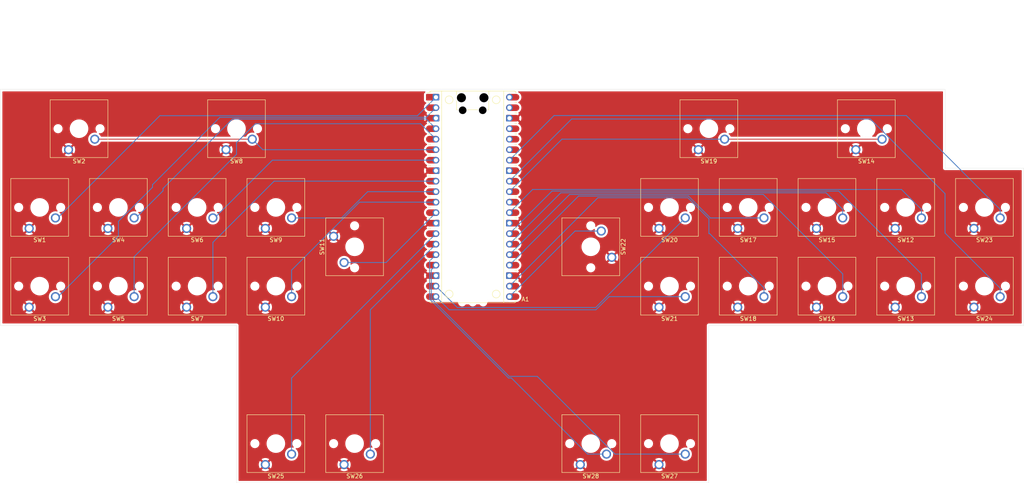
<source format=kicad_pcb>
(kicad_pcb (version 20240108) (generator "pcbnew") (generator_version "8.0")
  (layers (0 "F.Cu" signal) (31 "B.Cu" signal) (34 "B.Paste" user) (35 "F.Paste" user) (36 "B.SilkS" user "B.Silkscreen") (37 "F.SilkS" user "F.Silkscreen") (38 "B.Mask" user) (39 "F.Mask" user) (44 "Edge.Cuts" user))
  (net 0 "")
  (net 1 "/-U-")
  (net 2 "/-A-")
  (net 4 "/R")
  (net 5 "/NUM0-1")
  (net 7 "/-T")
  (net 8 "/-P")
  (net 10 "/K")
  (net 11 "/-G")
  (net 12 "/W")
  (net 13 "/-B")
  (net 15 "/T")
  (net 16 "/-E-")
  (net 18 "/S0")
  (net 19 "/P")
  (net 20 "/NUM2-3")
  (net 22 "/H")
  (net 23 "/-F")
  (net 25 "/-D")
  (net 26 "/-S")
  (net 27 "/-L")
  (net 28 "/-O-")
  (net 29 "/-Z")
  (net 30 "/S1")
  (net 31 "/-R")
  (net 32 "/STAR1")
  (net 33 "/STAR0")
  (net 34 "GND")
  (footprint "Button_Switch_Keyboard:SW_Cherry_MX_1.00u_PCB" (layer "F.Cu") (at 175.26 103.505 180)
    (property "Reference" "SW21" (at -2.54 -2.794 360) (layer "F.SilkS"))
    (property "Value" "SW_Push")
    (pad "" np_thru_hole circle (at -7.62 5.08 180) (size 1.7 1.7) (drill 1.7) (layers "*.Cu" "*.Mask"))
    (pad "" np_thru_hole circle (at -2.54 5.08 180) (size 4 4) (drill 4) (layers "*.Cu" "*.Mask"))
    (pad "" np_thru_hole circle (at 2.54 5.08 180) (size 1.7 1.7) (drill 1.7) (layers "*.Cu" "*.Mask"))
    (pad "1" thru_hole circle (at 0 0 180) (size 2.2 2.2) (drill 1.5) (layers "*.Cu" "*.Mask") (net 34 "GND"))
    (pad "2" thru_hole circle (at -6.35 2.54 180) (size 2.2 2.2) (drill 1.5) (layers "*.Cu" "*.Mask") (net 31 "/-R"))
  )
  (footprint "Button_Switch_Keyboard:SW_Cherry_MX_1.00u_PCB" (layer "F.Cu") (at 232.41 84.455 180)
    (property "Reference" "SW12" (at -2.54 -2.794 360) (layer "F.SilkS"))
    (property "Value" "SW_Push")
    (pad "" np_thru_hole circle (at -7.62 5.08 180) (size 1.7 1.7) (drill 1.7) (layers "*.Cu" "*.Mask"))
    (pad "" np_thru_hole circle (at -2.54 5.08 180) (size 4 4) (drill 4) (layers "*.Cu" "*.Mask"))
    (pad "" np_thru_hole circle (at 2.54 5.08 180) (size 1.7 1.7) (drill 1.7) (layers "*.Cu" "*.Mask"))
    (pad "1" thru_hole circle (at 0 0 180) (size 2.2 2.2) (drill 1.5) (layers "*.Cu" "*.Mask") (net 34 "GND"))
    (pad "2" thru_hole circle (at -6.35 2.54 180) (size 2.2 2.2) (drill 1.5) (layers "*.Cu" "*.Mask") (net 7 "/-T"))
  )
  (footprint "Button_Switch_Keyboard:SW_Cherry_MX_1.00u_PCB" (layer "F.Cu") (at 251.46 103.505 180)
    (property "Reference" "SW24" (at -2.54 -2.794 360) (layer "F.SilkS"))
    (property "Value" "SW_Push")
    (pad "" np_thru_hole circle (at -7.62 5.08 180) (size 1.7 1.7) (drill 1.7) (layers "*.Cu" "*.Mask"))
    (pad "" np_thru_hole circle (at -2.54 5.08 180) (size 4 4) (drill 4) (layers "*.Cu" "*.Mask"))
    (pad "" np_thru_hole circle (at 2.54 5.08 180) (size 1.7 1.7) (drill 1.7) (layers "*.Cu" "*.Mask"))
    (pad "1" thru_hole circle (at 0 0 180) (size 2.2 2.2) (drill 1.5) (layers "*.Cu" "*.Mask") (net 34 "GND"))
    (pad "2" thru_hole circle (at -6.35 2.54 180) (size 2.2 2.2) (drill 1.5) (layers "*.Cu" "*.Mask") (net 29 "/-Z"))
  )
  (footprint "Button_Switch_Keyboard:SW_Cherry_MX_1.00u_PCB" (layer "F.Cu") (at 22.86 103.505 180)
    (property "Reference" "SW3" (at -2.54 -2.794 360) (layer "F.SilkS"))
    (property "Value" "SW_Push")
    (pad "" np_thru_hole circle (at -7.62 5.08 180) (size 1.7 1.7) (drill 1.7) (layers "*.Cu" "*.Mask"))
    (pad "" np_thru_hole circle (at -2.54 5.08 180) (size 4 4) (drill 4) (layers "*.Cu" "*.Mask"))
    (pad "" np_thru_hole circle (at 2.54 5.08 180) (size 1.7 1.7) (drill 1.7) (layers "*.Cu" "*.Mask"))
    (pad "1" thru_hole circle (at 0 0 180) (size 2.2 2.2) (drill 1.5) (layers "*.Cu" "*.Mask") (net 34 "GND"))
    (pad "2" thru_hole circle (at -6.35 2.54 180) (size 2.2 2.2) (drill 1.5) (layers "*.Cu" "*.Mask") (net 30 "/S1"))
  )
  (footprint "Button_Switch_Keyboard:SW_Cherry_MX_1.00u_PCB" (layer "F.Cu") (at 194.31 84.455 180)
    (property "Reference" "SW17" (at -2.54 -2.794 360) (layer "F.SilkS"))
    (property "Value" "SW_Push")
    (pad "" np_thru_hole circle (at -7.62 5.08 180) (size 1.7 1.7) (drill 1.7) (layers "*.Cu" "*.Mask"))
    (pad "" np_thru_hole circle (at -2.54 5.08 180) (size 4 4) (drill 4) (layers "*.Cu" "*.Mask"))
    (pad "" np_thru_hole circle (at 2.54 5.08 180) (size 1.7 1.7) (drill 1.7) (layers "*.Cu" "*.Mask"))
    (pad "1" thru_hole circle (at 0 0 180) (size 2.2 2.2) (drill 1.5) (layers "*.Cu" "*.Mask") (net 34 "GND"))
    (pad "2" thru_hole circle (at -6.35 2.54 180) (size 2.2 2.2) (drill 1.5) (layers "*.Cu" "*.Mask") (net 8 "/-P"))
  )
  (footprint "Button_Switch_Keyboard:SW_Cherry_MX_1.00u_PCB" (layer "F.Cu") (at 60.96 84.455 180)
    (property "Reference" "SW6" (at -2.54 -2.794 360) (layer "F.SilkS"))
    (property "Value" "SW_Push")
    (pad "" np_thru_hole circle (at -7.62 5.08 180) (size 1.7 1.7) (drill 1.7) (layers "*.Cu" "*.Mask"))
    (pad "" np_thru_hole circle (at -2.54 5.08 180) (size 4 4) (drill 4) (layers "*.Cu" "*.Mask"))
    (pad "" np_thru_hole circle (at 2.54 5.08 180) (size 1.7 1.7) (drill 1.7) (layers "*.Cu" "*.Mask"))
    (pad "1" thru_hole circle (at 0 0 180) (size 2.2 2.2) (drill 1.5) (layers "*.Cu" "*.Mask") (net 34 "GND"))
    (pad "2" thru_hole circle (at -6.35 2.54 180) (size 2.2 2.2) (drill 1.5) (layers "*.Cu" "*.Mask") (net 19 "/P"))
  )
  (footprint "Button_Switch_Keyboard:SW_Cherry_MX_1.00u_PCB" (layer "F.Cu") (at 80.01 84.455 180)
    (property "Reference" "SW9" (at -2.54 -2.794 360) (layer "F.SilkS"))
    (property "Value" "SW_Push")
    (pad "" np_thru_hole circle (at -7.62 5.08 180) (size 1.7 1.7) (drill 1.7) (layers "*.Cu" "*.Mask"))
    (pad "" np_thru_hole circle (at -2.54 5.08 180) (size 4 4) (drill 4) (layers "*.Cu" "*.Mask"))
    (pad "" np_thru_hole circle (at 2.54 5.08 180) (size 1.7 1.7) (drill 1.7) (layers "*.Cu" "*.Mask"))
    (pad "1" thru_hole circle (at 0 0 180) (size 2.2 2.2) (drill 1.5) (layers "*.Cu" "*.Mask") (net 34 "GND"))
    (pad "2" thru_hole circle (at -6.35 2.54 180) (size 2.2 2.2) (drill 1.5) (layers "*.Cu" "*.Mask") (net 22 "/H"))
  )
  (footprint "Button_Switch_Keyboard:SW_Cherry_MX_1.00u_PCB" (layer "F.Cu") (at 156.21 141.605 180)
    (property "Reference" "SW28" (at -2.54 -2.794 360) (layer "F.SilkS"))
    (property "Value" "SW_Push")
    (pad "" np_thru_hole circle (at -7.62 5.08 180) (size 1.7 1.7) (drill 1.7) (layers "*.Cu" "*.Mask"))
    (pad "" np_thru_hole circle (at -2.54 5.08 180) (size 4 4) (drill 4) (layers "*.Cu" "*.Mask"))
    (pad "" np_thru_hole circle (at 2.54 5.08 180) (size 1.7 1.7) (drill 1.7) (layers "*.Cu" "*.Mask"))
    (pad "1" thru_hole circle (at 0 0 180) (size 2.2 2.2) (drill 1.5) (layers "*.Cu" "*.Mask") (net 34 "GND"))
    (pad "2" thru_hole circle (at -6.35 2.54 180) (size 2.2 2.2) (drill 1.5) (layers "*.Cu" "*.Mask") (net 16 "/-E-"))
  )
  (footprint "Button_Switch_Keyboard:SW_Cherry_MX_1.00u_PCB" (layer "F.Cu") (at 251.46 84.455 180)
    (property "Reference" "SW23" (at -2.54 -2.794 360) (layer "F.SilkS"))
    (property "Value" "SW_Push")
    (pad "" np_thru_hole circle (at -7.62 5.08 180) (size 1.7 1.7) (drill 1.7) (layers "*.Cu" "*.Mask"))
    (pad "" np_thru_hole circle (at -2.54 5.08 180) (size 4 4) (drill 4) (layers "*.Cu" "*.Mask"))
    (pad "" np_thru_hole circle (at 2.54 5.08 180) (size 1.7 1.7) (drill 1.7) (layers "*.Cu" "*.Mask"))
    (pad "1" thru_hole circle (at 0 0 180) (size 2.2 2.2) (drill 1.5) (layers "*.Cu" "*.Mask") (net 34 "GND"))
    (pad "2" thru_hole circle (at -6.35 2.54 180) (size 2.2 2.2) (drill 1.5) (layers "*.Cu" "*.Mask") (net 25 "/-D"))
  )
  (footprint "Button_Switch_Keyboard:SW_Cherry_MX_1.00u_PCB" (layer "F.Cu") (at 60.96 103.505 180)
    (property "Reference" "SW7" (at -2.54 -2.794 360) (layer "F.SilkS"))
    (property "Value" "SW_Push")
    (pad "" np_thru_hole circle (at -7.62 5.08 180) (size 1.7 1.7) (drill 1.7) (layers "*.Cu" "*.Mask"))
    (pad "" np_thru_hole circle (at -2.54 5.08 180) (size 4 4) (drill 4) (layers "*.Cu" "*.Mask"))
    (pad "" np_thru_hole circle (at 2.54 5.08 180) (size 1.7 1.7) (drill 1.7) (layers "*.Cu" "*.Mask"))
    (pad "1" thru_hole circle (at 0 0 180) (size 2.2 2.2) (drill 1.5) (layers "*.Cu" "*.Mask") (net 34 "GND"))
    (pad "2" thru_hole circle (at -6.35 2.54 180) (size 2.2 2.2) (drill 1.5) (layers "*.Cu" "*.Mask") (net 12 "/W"))
  )
  (footprint "Button_Switch_Keyboard:SW_Cherry_MX_1.00u_PCB" (layer "F.Cu") (at 41.91 84.455 180)
    (property "Reference" "SW4" (at -2.54 -2.794 360) (layer "F.SilkS"))
    (property "Value" "SW_Push")
    (pad "" np_thru_hole circle (at -7.62 5.08 180) (size 1.7 1.7) (drill 1.7) (layers "*.Cu" "*.Mask"))
    (pad "" np_thru_hole circle (at -2.54 5.08 180) (size 4 4) (drill 4) (layers "*.Cu" "*.Mask"))
    (pad "" np_thru_hole circle (at 2.54 5.08 180) (size 1.7 1.7) (drill 1.7) (layers "*.Cu" "*.Mask"))
    (pad "1" thru_hole circle (at 0 0 180) (size 2.2 2.2) (drill 1.5) (layers "*.Cu" "*.Mask") (net 34 "GND"))
    (pad "2" thru_hole circle (at -6.35 2.54 180) (size 2.2 2.2) (drill 1.5) (layers "*.Cu" "*.Mask") (net 15 "/T"))
  )
  (footprint "Button_Switch_Keyboard:SW_Cherry_MX_1.00u_PCB" (layer "F.Cu") (at 213.36 103.505 180)
    (property "Reference" "SW16" (at -2.54 -2.794 360) (layer "F.SilkS"))
    (property "Value" "SW_Push")
    (pad "" np_thru_hole circle (at -7.62 5.08 180) (size 1.7 1.7) (drill 1.7) (layers "*.Cu" "*.Mask"))
    (pad "" np_thru_hole circle (at -2.54 5.08 180) (size 4 4) (drill 4) (layers "*.Cu" "*.Mask"))
    (pad "" np_thru_hole circle (at 2.54 5.08 180) (size 1.7 1.7) (drill 1.7) (layers "*.Cu" "*.Mask"))
    (pad "1" thru_hole circle (at 0 0 180) (size 2.2 2.2) (drill 1.5) (layers "*.Cu" "*.Mask") (net 34 "GND"))
    (pad "2" thru_hole circle (at -6.35 2.54 180) (size 2.2 2.2) (drill 1.5) (layers "*.Cu" "*.Mask") (net 11 "/-G"))
  )
  (footprint "Button_Switch_Keyboard:SW_Cherry_MX_1.00u_PCB" (layer "F.Cu") (at 232.41 103.505 180)
    (property "Reference" "SW13" (at -2.54 -2.794 360) (layer "F.SilkS"))
    (property "Value" "SW_Push")
    (pad "" np_thru_hole circle (at -7.62 5.08 180) (size 1.7 1.7) (drill 1.7) (layers "*.Cu" "*.Mask"))
    (pad "" np_thru_hole circle (at -2.54 5.08 180) (size 4 4) (drill 4) (layers "*.Cu" "*.Mask"))
    (pad "" np_thru_hole circle (at 2.54 5.08 180) (size 1.7 1.7) (drill 1.7) (layers "*.Cu" "*.Mask"))
    (pad "1" thru_hole circle (at 0 0 180) (size 2.2 2.2) (drill 1.5) (layers "*.Cu" "*.Mask") (net 34 "GND"))
    (pad "2" thru_hole circle (at -6.35 2.54 180) (size 2.2 2.2) (drill 1.5) (layers "*.Cu" "*.Mask") (net 26 "/-S"))
  )
  (footprint "MX_2U_Modified:SW_Cherry_MX_2.00u_PCB" (layer "F.Cu") (at 163.83 91.44 -90)
    (property "Reference" "SW22" (at -2.54 -2.794 90) (layer "F.SilkS"))
    (property "Value" "SW_Push")
    (pad "" np_thru_hole circle (at -7.62 5.08 270) (size 1.7 1.7) (drill 1.7) (layers "*.Cu" "*.Mask"))
    (pad "" np_thru_hole circle (at -2.54 5.08 270) (size 4 4) (drill 4) (layers "*.Cu" "*.Mask"))
    (pad "" np_thru_hole circle (at 2.54 5.08 270) (size 1.7 1.7) (drill 1.7) (layers "*.Cu" "*.Mask"))
    (pad "1" thru_hole circle (at 0 0 270) (size 2.2 2.2) (drill 1.5) (layers "*.Cu" "*.Mask") (net 34 "GND"))
    (pad "2" thru_hole circle (at -6.35 2.54 270) (size 2.2 2.2) (drill 1.5) (layers "*.Cu" "*.Mask") (net 32 "/STAR1"))
  )
  (footprint "Button_Switch_Keyboard:SW_Cherry_MX_1.00u_PCB" (layer "F.Cu") (at 194.31 103.505 180)
    (property "Reference" "SW18" (at -2.54 -2.794 360) (layer "F.SilkS"))
    (property "Value" "SW_Push")
    (pad "" np_thru_hole circle (at -7.62 5.08 180) (size 1.7 1.7) (drill 1.7) (layers "*.Cu" "*.Mask"))
    (pad "" np_thru_hole circle (at -2.54 5.08 180) (size 4 4) (drill 4) (layers "*.Cu" "*.Mask"))
    (pad "" np_thru_hole circle (at 2.54 5.08 180) (size 1.7 1.7) (drill 1.7) (layers "*.Cu" "*.Mask"))
    (pad "1" thru_hole circle (at 0 0 180) (size 2.2 2.2) (drill 1.5) (layers "*.Cu" "*.Mask") (net 34 "GND"))
    (pad "2" thru_hole circle (at -6.35 2.54 180) (size 2.2 2.2) (drill 1.5) (layers "*.Cu" "*.Mask") (net 13 "/-B"))
  )
  (footprint "MX_2U_Modified:SW_Cherry_MX_2.00u_PCB" (layer "F.Cu") (at 96.52 86.36 90)
    (property "Reference" "SW11" (at -2.54 -2.794 90) (layer "F.SilkS"))
    (property "Value" "SW_Push")
    (pad "" np_thru_hole circle (at -7.62 5.08 90) (size 1.7 1.7) (drill 1.7) (layers "*.Cu" "*.Mask"))
    (pad "" np_thru_hole circle (at -2.54 5.08 90) (size 4 4) (drill 4) (layers "*.Cu" "*.Mask"))
    (pad "" np_thru_hole circle (at 2.54 5.08 90) (size 1.7 1.7) (drill 1.7) (layers "*.Cu" "*.Mask"))
    (pad "1" thru_hole circle (at 0 0 90) (size 2.2 2.2) (drill 1.5) (layers "*.Cu" "*.Mask") (net 34 "GND"))
    (pad "2" thru_hole circle (at -6.35 2.54 90) (size 2.2 2.2) (drill 1.5) (layers "*.Cu" "*.Mask") (net 33 "/STAR0"))
  )
  (footprint "MX_2U_Modified:SW_Cherry_MX_2.00u_PCB" (layer "F.Cu") (at 222.885 65.405 180)
    (property "Reference" "SW14" (at -2.54 -2.794 360) (layer "F.SilkS"))
    (property "Value" "SW_Push")
    (pad "" np_thru_hole circle (at -7.62 5.08 180) (size 1.7 1.7) (drill 1.7) (layers "*.Cu" "*.Mask"))
    (pad "" np_thru_hole circle (at -2.54 5.08 180) (size 4 4) (drill 4) (layers "*.Cu" "*.Mask"))
    (pad "" np_thru_hole circle (at 2.54 5.08 180) (size 1.7 1.7) (drill 1.7) (layers "*.Cu" "*.Mask"))
    (pad "1" thru_hole circle (at 0 0 180) (size 2.2 2.2) (drill 1.5) (layers "*.Cu" "*.Mask") (net 34 "GND"))
    (pad "2" thru_hole circle (at -6.35 2.54 180) (size 2.2 2.2) (drill 1.5) (layers "*.Cu" "*.Mask") (net 20 "/NUM2-3"))
  )
  (footprint "Button_Switch_Keyboard:SW_Cherry_MX_1.00u_PCB" (layer "F.Cu") (at 80.01 141.605 180)
    (property "Reference" "SW25" (at -2.54 -2.794 360) (layer "F.SilkS"))
    (property "Value" "SW_Push")
    (pad "" np_thru_hole circle (at -7.62 5.08 180) (size 1.7 1.7) (drill 1.7) (layers "*.Cu" "*.Mask"))
    (pad "" np_thru_hole circle (at -2.54 5.08 180) (size 4 4) (drill 4) (layers "*.Cu" "*.Mask"))
    (pad "" np_thru_hole circle (at 2.54 5.08 180) (size 1.7 1.7) (drill 1.7) (layers "*.Cu" "*.Mask"))
    (pad "1" thru_hole circle (at 0 0 180) (size 2.2 2.2) (drill 1.5) (layers "*.Cu" "*.Mask") (net 34 "GND"))
    (pad "2" thru_hole circle (at -6.35 2.54 180) (size 2.2 2.2) (drill 1.5) (layers "*.Cu" "*.Mask") (net 2 "/-A-"))
  )
  (footprint "Button_Switch_Keyboard:SW_Cherry_MX_1.00u_PCB" (layer "F.Cu") (at 175.26 84.455 180)
    (property "Reference" "SW20" (at -2.54 -2.794 360) (layer "F.SilkS"))
    (property "Value" "SW_Push")
    (pad "" np_thru_hole circle (at -7.62 5.08 180) (size 1.7 1.7) (drill 1.7) (layers "*.Cu" "*.Mask"))
    (pad "" np_thru_hole circle (at -2.54 5.08 180) (size 4 4) (drill 4) (layers "*.Cu" "*.Mask"))
    (pad "" np_thru_hole circle (at 2.54 5.08 180) (size 1.7 1.7) (drill 1.7) (layers "*.Cu" "*.Mask"))
    (pad "1" thru_hole circle (at 0 0 180) (size 2.2 2.2) (drill 1.5) (layers "*.Cu" "*.Mask") (net 34 "GND"))
    (pad "2" thru_hole circle (at -6.35 2.54 180) (size 2.2 2.2) (drill 1.5) (layers "*.Cu" "*.Mask") (net 23 "/-F"))
  )
  (footprint "Button_Switch_Keyboard:SW_Cherry_MX_1.00u_PCB" (layer "F.Cu") (at 22.86 84.455 180)
    (property "Reference" "SW1" (at -2.54 -2.794 360) (layer "F.SilkS"))
    (property "Value" "SW_Push")
    (pad "" np_thru_hole circle (at -7.62 5.08 180) (size 1.7 1.7) (drill 1.7) (layers "*.Cu" "*.Mask"))
    (pad "" np_thru_hole circle (at -2.54 5.08 180) (size 4 4) (drill 4) (layers "*.Cu" "*.Mask"))
    (pad "" np_thru_hole circle (at 2.54 5.08 180) (size 1.7 1.7) (drill 1.7) (layers "*.Cu" "*.Mask"))
    (pad "1" thru_hole circle (at 0 0 180) (size 2.2 2.2) (drill 1.5) (layers "*.Cu" "*.Mask") (net 34 "GND"))
    (pad "2" thru_hole circle (at -6.35 2.54 180) (size 2.2 2.2) (drill 1.5) (layers "*.Cu" "*.Mask") (net 18 "/S0"))
  )
  (footprint "PiPico:RaspberryPi_Pico_Common" (layer "F.Cu") (at 130.175 76.835)
    (property "Reference" "A1" (at 11.7475 24.765 0) (layer "F.SilkS") (effects (justify left)))
    (property "Value" "RaspberryPi_Pico_W")
    (pad "" np_thru_hole circle (at -2.725 -24) (size 2.2 2.2) (drill 2.2) (layers "*.Mask"))
    (pad "" np_thru_hole circle (at -2.425 -20.97) (size 1.85 1.85) (drill 1.85) (layers "*.Mask"))
    (pad "" np_thru_hole circle (at 2.425 -20.97) (size 1.85 1.85) (drill 1.85) (layers "*.Mask"))
    (pad "" np_thru_hole circle (at 2.725 -24) (size 2.2 2.2) (drill 2.2) (layers "*.Mask"))
    (pad "1" thru_hole roundrect (at -8.89 -24.13) (size 1.6 1.6) (drill 1) (layers "*.Cu" "*.Mask") (roundrect_rratio 0.125) (net 18 "/S0"))
    (pad "1" smd custom (at -8.89 -24.13) (size 1.6 1.6) (layers "F.Cu" "F.Mask") (net 18 "/S0") (options (clearance outline) (anchor circle)) (primitives (gr_poly (pts (xy -2.4 0.6) (xy -2.4 -0.6) (xy -2.2 -0.8) (xy 0 -0.8) (xy 0 0.8) (xy -2.2 0.8)) (width 0) (fill yes)) (gr_circle (center -2.2 0.6) (end -2 0.6) (width 0) (fill yes)) (gr_circle (center -2.2 -0.6) (end -2 -0.6) (width 0) (fill yes))))
    (pad "2" thru_hole circle (at -8.89 -21.59) (size 1.6 1.6) (drill 1) (layers "*.Cu" "*.Mask") (net 30 "/S1"))
    (pad "2" smd roundrect (at -8.89 -21.59) (size 3.2 1.6) (drill (offset -0.8 0)) (layers "F.Cu" "F.Mask") (roundrect_rratio 0.5) (net 30 "/S1"))
    (pad "3" thru_hole custom (at -8.89 -19.05) (size 1.6 1.6) (drill 1) (layers "*.Cu" "*.Mask") (net 34 "GND") (options (clearance outline) (anchor circle)) (primitives (gr_poly (pts (xy 0.8 0.6) (xy 0.8 -0.6) (xy 0.6 -0.8) (xy 0 -0.8) (xy 0 0.8) (xy 0.6 0.8)) (width 0) (fill yes)) (gr_circle (center 0.6 0.6) (end 0.8 0.6) (width 0) (fill yes)) (gr_circle (center 0.6 -0.6) (end 0.8 -0.6) (width 0) (fill yes))))
    (pad "3" smd custom (at -8.89 -19.05) (size 1.6 1.6) (layers "F.Cu" "F.Mask") (net 34 "GND") (options (clearance outline) (anchor circle)) (primitives (gr_poly (pts (xy 0.8 -0.6) (xy 0.8 0.6) (xy 0.6 0.8) (xy -1.6 0.8) (xy -1.6 -0.8) (xy 0.6 -0.8)) (width 0) (fill yes)) (gr_circle (center 0.6 0.6) (end 0.8 0.6) (width 0) (fill yes)) (gr_circle (center 0.6 -0.6) (end 0.8 -0.6) (width 0) (fill yes)) (gr_circle (center -1.6 0) (end -0.8 0) (width 0) (fill yes))))
    (pad "4" thru_hole circle (at -8.89 -16.51) (size 1.6 1.6) (drill 1) (layers "*.Cu" "*.Mask") (net 15 "/T"))
    (pad "4" smd roundrect (at -8.89 -16.51) (size 3.2 1.6) (drill (offset -0.8 0)) (layers "F.Cu" "F.Mask") (roundrect_rratio 0.5) (net 15 "/T"))
    (pad "5" thru_hole circle (at -8.89 -13.97) (size 1.6 1.6) (drill 1) (layers "*.Cu" "*.Mask") (net 10 "/K"))
    (pad "5" smd roundrect (at -8.89 -13.97) (size 3.2 1.6) (drill (offset -0.8 0)) (layers "F.Cu" "F.Mask") (roundrect_rratio 0.5) (net 10 "/K"))
    (pad "6" thru_hole circle (at -8.89 -11.43) (size 1.6 1.6) (drill 1) (layers "*.Cu" "*.Mask") (net 5 "/NUM0-1"))
    (pad "6" smd roundrect (at -8.89 -11.43) (size 3.2 1.6) (drill (offset -0.8 0)) (layers "F.Cu" "F.Mask") (roundrect_rratio 0.5) (net 5 "/NUM0-1"))
    (pad "7" thru_hole circle (at -8.89 -8.89) (size 1.6 1.6) (drill 1) (layers "*.Cu" "*.Mask") (net 19 "/P"))
    (pad "7" smd roundrect (at -8.89 -8.89) (size 3.2 1.6) (drill (offset -0.8 0)) (layers "F.Cu" "F.Mask") (roundrect_rratio 0.5) (net 19 "/P"))
    (pad "8" thru_hole custom (at -8.89 -6.35) (size 1.6 1.6) (drill 1) (layers "*.Cu" "*.Mask") (net 34 "GND") (options (clearance outline) (anchor circle)) (primitives (gr_poly (pts (xy 0.8 0.6) (xy 0.8 -0.6) (xy 0.6 -0.8) (xy 0 -0.8) (xy 0 0.8) (xy 0.6 0.8)) (width 0) (fill yes)) (gr_circle (center 0.6 0.6) (end 0.8 0.6) (width 0) (fill yes)) (gr_circle (center 0.6 -0.6) (end 0.8 -0.6) (width 0) (fill yes))))
    (pad "8" smd custom (at -8.89 -6.35) (size 1.6 1.6) (layers "F.Cu" "F.Mask") (net 34 "GND") (options (clearance outline) (anchor circle)) (primitives (gr_poly (pts (xy 0.8 -0.6) (xy 0.8 0.6) (xy 0.6 0.8) (xy -1.6 0.8) (xy -1.6 -0.8) (xy 0.6 -0.8)) (width 0) (fill yes)) (gr_circle (center 0.6 0.6) (end 0.8 0.6) (width 0) (fill yes)) (gr_circle (center 0.6 -0.6) (end 0.8 -0.6) (width 0) (fill yes)) (gr_circle (center -1.6 0) (end -0.8 0) (width 0) (fill yes))))
    (pad "9" thru_hole circle (at -8.89 -3.81) (size 1.6 1.6) (drill 1) (layers "*.Cu" "*.Mask") (net 12 "/W"))
    (pad "9" smd roundrect (at -8.89 -3.81) (size 3.2 1.6) (drill (offset -0.8 0)) (layers "F.Cu" "F.Mask") (roundrect_rratio 0.5) (net 12 "/W"))
    (pad "10" thru_hole circle (at -8.89 -1.27) (size 1.6 1.6) (drill 1) (layers "*.Cu" "*.Mask") (net 22 "/H"))
    (pad "10" smd roundrect (at -8.89 -1.27) (size 3.2 1.6) (drill (offset -0.8 0)) (layers "F.Cu" "F.Mask") (roundrect_rratio 0.5) (net 22 "/H"))
    (pad "11" thru_hole circle (at -8.89 1.27) (size 1.6 1.6) (drill 1) (layers "*.Cu" "*.Mask") (net 4 "/R"))
    (pad "11" smd roundrect (at -8.89 1.27) (size 3.2 1.6) (drill (offset -0.8 0)) (layers "F.Cu" "F.Mask") (roundrect_rratio 0.5) (net 4 "/R"))
    (pad "12" thru_hole circle (at -8.89 3.81) (size 1.6 1.6) (drill 1) (layers "*.Cu" "*.Mask") (net 33 "/STAR0"))
    (pad "12" smd roundrect (at -8.89 3.81) (size 3.2 1.6) (drill (offset -0.8 0)) (layers "F.Cu" "F.Mask") (roundrect_rratio 0.5) (net 33 "/STAR0"))
    (pad "13" thru_hole custom (at -8.89 6.35) (size 1.6 1.6) (drill 1) (layers "*.Cu" "*.Mask") (net 34 "GND") (options (clearance outline) (anchor circle)) (primitives (gr_poly (pts (xy 0.8 0.6) (xy 0.8 -0.6) (xy 0.6 -0.8) (xy 0 -0.8) (xy 0 0.8) (xy 0.6 0.8)) (width 0) (fill yes)) (gr_circle (center 0.6 0.6) (end 0.8 0.6) (width 0) (fill yes)) (gr_circle (center 0.6 -0.6) (end 0.8 -0.6) (width 0) (fill yes))))
    (pad "13" smd custom (at -8.89 6.35) (size 1.6 1.6) (layers "F.Cu" "F.Mask") (net 34 "GND") (options (clearance outline) (anchor circle)) (primitives (gr_poly (pts (xy 0.8 -0.6) (xy 0.8 0.6) (xy 0.6 0.8) (xy -1.6 0.8) (xy -1.6 -0.8) (xy 0.6 -0.8)) (width 0) (fill yes)) (gr_circle (center 0.6 0.6) (end 0.8 0.6) (width 0) (fill yes)) (gr_circle (center 0.6 -0.6) (end 0.8 -0.6) (width 0) (fill yes)) (gr_circle (center -1.6 0) (end -0.8 0) (width 0) (fill yes))))
    (pad "14" thru_hole circle (at -8.89 8.89) (size 1.6 1.6) (drill 1) (layers "*.Cu" "*.Mask") (net 2 "/-A-"))
    (pad "14" smd roundrect (at -8.89 8.89) (size 3.2 1.6) (drill (offset -0.8 0)) (layers "F.Cu" "F.Mask") (roundrect_rratio 0.5) (net 2 "/-A-"))
    (pad "15" thru_hole circle (at -8.89 11.43) (size 1.6 1.6) (drill 1) (layers "*.Cu" "*.Mask") (net 28 "/-O-"))
    (pad "15" smd roundrect (at -8.89 11.43) (size 3.2 1.6) (drill (offset -0.8 0)) (layers "F.Cu" "F.Mask") (roundrect_rratio 0.5) (net 28 "/-O-"))
    (pad "16" thru_hole circle (at -8.89 13.97) (size 1.6 1.6) (drill 1) (layers "*.Cu" "*.Mask") (net 16 "/-E-"))
    (pad "16" smd roundrect (at -8.89 13.97) (size 3.2 1.6) (drill (offset -0.8 0)) (layers "F.Cu" "F.Mask") (roundrect_rratio 0.5) (net 16 "/-E-"))
    (pad "17" thru_hole circle (at -8.89 16.51) (size 1.6 1.6) (drill 1) (layers "*.Cu" "*.Mask") (net 1 "/-U-"))
    (pad "17" smd roundrect (at -8.89 16.51) (size 3.2 1.6) (drill (offset -0.8 0)) (layers "F.Cu" "F.Mask") (roundrect_rratio 0.5) (net 1 "/-U-"))
    (pad "18" thru_hole custom (at -8.89 19.05) (size 1.6 1.6) (drill 1) (layers "*.Cu" "*.Mask") (net 34 "GND") (options (clearance outline) (anchor circle)) (primitives (gr_poly (pts (xy 0.8 0.6) (xy 0.8 -0.6) (xy 0.6 -0.8) (xy 0 -0.8) (xy 0 0.8) (xy 0.6 0.8)) (width 0) (fill yes)) (gr_circle (center 0.6 0.6) (end 0.8 0.6) (width 0) (fill yes)) (gr_circle (center 0.6 -0.6) (end 0.8 -0.6) (width 0) (fill yes))))
    (pad "18" smd custom (at -8.89 19.05) (size 1.6 1.6) (layers "F.Cu" "F.Mask") (net 34 "GND") (options (clearance outline) (anchor circle)) (primitives (gr_poly (pts (xy 0.8 -0.6) (xy 0.8 0.6) (xy 0.6 0.8) (xy -1.6 0.8) (xy -1.6 -0.8) (xy 0.6 -0.8)) (width 0) (fill yes)) (gr_circle (center 0.6 0.6) (end 0.8 0.6) (width 0) (fill yes)) (gr_circle (center 0.6 -0.6) (end 0.8 -0.6) (width 0) (fill yes)) (gr_circle (center -1.6 0) (end -0.8 0) (width 0) (fill yes))))
    (pad "19" thru_hole circle (at -8.89 21.59) (size 1.6 1.6) (drill 1) (layers "*.Cu" "*.Mask") (net 23 "/-F"))
    (pad "19" smd roundrect (at -8.89 21.59) (size 3.2 1.6) (drill (offset -0.8 0)) (layers "F.Cu" "F.Mask") (roundrect_rratio 0.5) (net 23 "/-F"))
    (pad "20" thru_hole circle (at -8.89 24.13) (size 1.6 1.6) (drill 1) (layers "*.Cu" "*.Mask") (net 31 "/-R"))
    (pad "20" smd roundrect (at -8.89 24.13) (size 3.2 1.6) (drill (offset -0.8 0)) (layers "F.Cu" "F.Mask") (roundrect_rratio 0.5) (net 31 "/-R"))
    (pad "21" thru_hole circle (at 8.89 24.13) (size 1.6 1.6) (drill 1) (layers "*.Cu" "*.Mask") (net 32 "/STAR1"))
    (pad "21" smd roundrect (at 8.89 24.13) (size 3.2 1.6) (drill (offset 0.8 0)) (layers "F.Cu" "F.Mask") (roundrect_rratio 0.5) (net 32 "/STAR1"))
    (pad "22" thru_hole circle (at 8.89 21.59) (size 1.6 1.6) (drill 1) (layers "*.Cu" "*.Mask") (net 13 "/-B"))
    (pad "22" smd roundrect (at 8.89 21.59) (size 3.2 1.6) (drill (offset 0.8 0)) (layers "F.Cu" "F.Mask") (roundrect_rratio 0.5) (net 13 "/-B"))
    (pad "23" thru_hole custom (at 8.89 19.05) (size 1.6 1.6) (drill 1) (layers "*.Cu" "*.Mask") (net 34 "GND") (options (clearance outline) (anchor circle)) (primitives (gr_poly (pts (xy -0.8 0.6) (xy -0.8 -0.6) (xy -0.6 -0.8) (xy 0 -0.8) (xy 0 0.8) (xy -0.6 0.8)) (width 0) (fill yes)) (gr_circle (center -0.6 0.6) (end -0.4 0.6) (width 0) (fill yes)) (gr_circle (center -0.6 -0.6) (end -0.4 -0.6) (width 0) (fill yes))))
    (pad "23" smd custom (at 8.89 19.05) (size 1.6 1.6) (layers "F.Cu" "F.Mask") (net 34 "GND") (options (clearance outline) (anchor circle)) (primitives (gr_poly (pts (xy -0.8 -0.6) (xy -0.8 0.6) (xy -0.6 0.8) (xy 1.6 0.8) (xy 1.6 -0.8) (xy -0.6 -0.8)) (width 0) (fill yes)) (gr_circle (center -0.6 0.6) (end -0.4 0.6) (width 0) (fill yes)) (gr_circle (center -0.6 -0.6) (end -0.4 -0.6) (width 0) (fill yes)) (gr_circle (center 1.6 0) (end 2.4 0) (width 0) (fill yes))))
    (pad "24" thru_hole circle (at 8.89 16.51) (size 1.6 1.6) (drill 1) (layers "*.Cu" "*.Mask") (net 8 "/-P"))
    (pad "24" smd roundrect (at 8.89 16.51) (size 3.2 1.6) (drill (offset 0.8 0)) (layers "F.Cu" "F.Mask") (roundrect_rratio 0.5) (net 8 "/-P"))
    (pad "25" thru_hole circle (at 8.89 13.97) (size 1.6 1.6) (drill 1) (layers "*.Cu" "*.Mask") (net 11 "/-G"))
    (pad "25" smd roundrect (at 8.89 13.97) (size 3.2 1.6) (drill (offset 0.8 0)) (layers "F.Cu" "F.Mask") (roundrect_rratio 0.5) (net 11 "/-G"))
    (pad "26" thru_hole circle (at 8.89 11.43) (size 1.6 1.6) (drill 1) (layers "*.Cu" "*.Mask") (net 27 "/-L"))
    (pad "26" smd roundrect (at 8.89 11.43) (size 3.2 1.6) (drill (offset 0.8 0)) (layers "F.Cu" "F.Mask") (roundrect_rratio 0.5) (net 27 "/-L"))
    (pad "27" thru_hole circle (at 8.89 8.89) (size 1.6 1.6) (drill 1) (layers "*.Cu" "*.Mask") (net 26 "/-S"))
    (pad "27" smd roundrect (at 8.89 8.89) (size 3.2 1.6) (drill (offset 0.8 0)) (layers "F.Cu" "F.Mask") (roundrect_rratio 0.5) (net 26 "/-S"))
    (pad "28" thru_hole custom (at 8.89 6.35) (size 1.6 1.6) (drill 1) (layers "*.Cu" "*.Mask") (net 34 "GND") (options (clearance outline) (anchor circle)) (primitives (gr_poly (pts (xy -0.8 0.6) (xy -0.8 -0.6) (xy -0.6 -0.8) (xy 0 -0.8) (xy 0 0.8) (xy -0.6 0.8)) (width 0) (fill yes)) (gr_circle (center -0.6 0.6) (end -0.4 0.6) (width 0) (fill yes)) (gr_circle (center -0.6 -0.6) (end -0.4 -0.6) (width 0) (fill yes))))
    (pad "28" smd custom (at 8.89 6.35) (size 1.6 1.6) (layers "F.Cu" "F.Mask") (net 34 "GND") (options (clearance outline) (anchor circle)) (primitives (gr_poly (pts (xy -0.8 -0.6) (xy -0.8 0.6) (xy -0.6 0.8) (xy 1.6 0.8) (xy 1.6 -0.8) (xy -0.6 -0.8)) (width 0) (fill yes)) (gr_circle (center -0.6 0.6) (end -0.4 0.6) (width 0) (fill yes)) (gr_circle (center -0.6 -0.6) (end -0.4 -0.6) (width 0) (fill yes)) (gr_circle (center 1.6 0) (end 2.4 0) (width 0) (fill yes))))
    (pad "29" thru_hole circle (at 8.89 3.81) (size 1.6 1.6) (drill 1) (layers "*.Cu" "*.Mask") (net 7 "/-T"))
    (pad "29" smd roundrect (at 8.89 3.81) (size 3.2 1.6) (drill (offset 0.8 0)) (layers "F.Cu" "F.Mask") (roundrect_rratio 0.5) (net 7 "/-T"))
    (pad "30" thru_hole circle (at 8.89 1.27) (size 1.6 1.6) (drill 1) (layers "*.Cu" "*.Mask"))
    (pad "30" smd roundrect (at 8.89 1.27) (size 3.2 1.6) (drill (offset 0.8 0)) (layers "F.Cu" "F.Mask") (roundrect_rratio 0.5))
    (pad "31" thru_hole circle (at 8.89 -1.27) (size 1.6 1.6) (drill 1) (layers "*.Cu" "*.Mask") (net 20 "/NUM2-3"))
    (pad "31" smd roundrect (at 8.89 -1.27) (size 3.2 1.6) (drill (offset 0.8 0)) (layers "F.Cu" "F.Mask") (roundrect_rratio 0.5) (net 20 "/NUM2-3"))
    (pad "32" thru_hole circle (at 8.89 -3.81) (size 1.6 1.6) (drill 1) (layers "*.Cu" "*.Mask") (net 29 "/-Z"))
    (pad "32" smd roundrect (at 8.89 -3.81) (size 3.2 1.6) (drill (offset 0.8 0)) (layers "F.Cu" "F.Mask") (roundrect_rratio 0.5) (net 29 "/-Z"))
    (pad "33" thru_hole custom (at 8.89 -6.35) (size 1.6 1.6) (drill 1) (layers "*.Cu" "*.Mask") (options (clearance outline) (anchor circle)) (primitives (gr_poly (pts (xy -0.8 0.6) (xy -0.8 -0.6) (xy -0.6 -0.8) (xy 0 -0.8) (xy 0 0.8) (xy -0.6 0.8)) (width 0) (fill yes)) (gr_circle (center -0.6 0.6) (end -0.4 0.6) (width 0) (fill yes)) (gr_circle (center -0.6 -0.6) (end -0.4 -0.6) (width 0) (fill yes))))
    (pad "33" smd custom (at 8.89 -6.35) (size 1.6 1.6) (layers "F.Cu" "F.Mask") (options (clearance outline) (anchor circle)) (primitives (gr_poly (pts (xy -0.8 -0.6) (xy -0.8 0.6) (xy -0.6 0.8) (xy 1.6 0.8) (xy 1.6 -0.8) (xy -0.6 -0.8)) (width 0) (fill yes)) (gr_circle (center -0.6 0.6) (end -0.4 0.6) (width 0) (fill yes)) (gr_circle (center -0.6 -0.6) (end -0.4 -0.6) (width 0) (fill yes)) (gr_circle (center 1.6 0) (end 2.4 0) (width 0) (fill yes))))
    (pad "34" thru_hole circle (at 8.89 -8.89) (size 1.6 1.6) (drill 1) (layers "*.Cu" "*.Mask") (net 25 "/-D"))
    (pad "34" smd roundrect (at 8.89 -8.89) (size 3.2 1.6) (drill (offset 0.8 0)) (layers "F.Cu" "F.Mask") (roundrect_rratio 0.5) (net 25 "/-D"))
    (pad "35" thru_hole circle (at 8.89 -11.43) (size 1.6 1.6) (drill 1) (layers "*.Cu" "*.Mask"))
    (pad "35" smd roundrect (at 8.89 -11.43) (size 3.2 1.6) (drill (offset 0.8 0)) (layers "F.Cu" "F.Mask") (roundrect_rratio 0.5))
    (pad "36" thru_hole circle (at 8.89 -13.97) (size 1.6 1.6) (drill 1) (layers "*.Cu" "*.Mask"))
    (pad "36" smd roundrect (at 8.89 -13.97) (size 3.2 1.6) (drill (offset 0.8 0)) (layers "F.Cu" "F.Mask") (roundrect_rratio 0.5))
    (pad "37" thru_hole circle (at 8.89 -16.51) (size 1.6 1.6) (drill 1) (layers "*.Cu" "*.Mask"))
    (pad "37" smd roundrect (at 8.89 -16.51) (size 3.2 1.6) (drill (offset 0.8 0)) (layers "F.Cu" "F.Mask") (roundrect_rratio 0.5))
    (pad "38" thru_hole custom (at 8.89 -19.05) (size 1.6 1.6) (drill 1) (layers "*.Cu" "*.Mask") (net 34 "GND") (options (clearance outline) (anchor circle)) (primitives (gr_poly (pts (xy -0.8 0.6) (xy -0.8 -0.6) (xy -0.6 -0.8) (xy 0 -0.8) (xy 0 0.8) (xy -0.6 0.8)) (width 0) (fill yes)) (gr_circle (center -0.6 0.6) (end -0.4 0.6) (width 0) (fill yes)) (gr_circle (center -0.6 -0.6) (end -0.4 -0.6) (width 0) (fill yes))))
    (pad "38" smd custom (at 8.89 -19.05) (size 1.6 1.6) (layers "F.Cu" "F.Mask") (net 34 "GND") (options (clearance outline) (anchor circle)) (primitives (gr_poly (pts (xy -0.8 -0.6) (xy -0.8 0.6) (xy -0.6 0.8) (xy 1.6 0.8) (xy 1.6 -0.8) (xy -0.6 -0.8)) (width 0) (fill yes)) (gr_circle (center -0.6 0.6) (end -0.4 0.6) (width 0) (fill yes)) (gr_circle (center -0.6 -0.6) (end -0.4 -0.6) (width 0) (fill yes)) (gr_circle (center 1.6 0) (end 2.4 0) (width 0) (fill yes))))
    (pad "39" thru_hole circle (at 8.89 -21.59) (size 1.6 1.6) (drill 1) (layers "*.Cu" "*.Mask"))
    (pad "39" smd roundrect (at 8.89 -21.59) (size 3.2 1.6) (drill (offset 0.8 0)) (layers "F.Cu" "F.Mask") (roundrect_rratio 0.5))
    (pad "40" thru_hole circle (at 8.89 -24.13) (size 1.6 1.6) (drill 1) (layers "*.Cu" "*.Mask"))
    (pad "40" smd roundrect (at 8.89 -24.13) (size 3.2 1.6) (drill (offset 0.8 0)) (layers "F.Cu" "F.Mask") (roundrect_rratio 0.5))
    (zone (net 0) (net_name "") (layers "*.Cu" "*.Paste") (name "Antenna Copper Keep Out") (connect_pads (clearance 0)) (min_thickness 0.254)
      (keepout (tracks not_allowed) (vias not_allowed) (pads not_allowed) (copperpour not_allowed) (footprints allowed))
      (fill (thermal_gap 0.508) (thermal_bridge_width 0.508))
      (polygon (pts (xy 127.775 101.824895) (xy 123.075 98.174895) (xy 123.075 93.835) (xy 137.275 93.835) (xy 137.275 98.174895) (xy 132.575 101.824895) (xy 132.575 102.835) (xy 127.775 102.835)))
    )
    (zone (net 0) (net_name "") (layers "F.Cu" "F.Paste") (name "Pad Keep Out D1-W") (connect_pads (clearance 0)) (min_thickness 0.25)
      (keepout (tracks not_allowed) (vias not_allowed) (pads not_allowed) (copperpour not_allowed) (footprints allowed))
      (fill (thermal_gap 0.5) (thermal_bridge_width 0.5))
      (polygon (pts (xy 129.803778 81.635398) (xy 129.859498 81.579678) (xy 129.9323 81.549522) (xy 129.9717 81.5476) (xy 130.7591 81.5476) (xy 130.7591 83.5224) (xy 129.9717 83.5224) (xy 129.9323 83.520478) (xy 129.859498 83.490322) (xy 129.803778 83.434602) (xy 129.773622 83.3618) (xy 129.7717 83.3224) (xy 129.7717 81.7476) (xy 129.773622 81.7082)))
    )
    (zone (net 0) (net_name "") (layers "F.Cu" "F.Paste") (name "Pad Keep Out D1-W") (connect_pads (clearance 0)) (min_thickness 0.25)
      (keepout (tracks not_allowed) (vias not_allowed) (pads not_allowed) (copperpour not_allowed) (footprints allowed))
      (fill (thermal_gap 0.5) (thermal_bridge_width 0.5))
      (polygon (pts (xy 131.5465 83.5224) (xy 130.7591 83.5224) (xy 130.7591 81.5476) (xy 131.5465 81.5476) (xy 131.5859 81.549522) (xy 131.658702 81.579677) (xy 131.714423 81.635398) (xy 131.744578 81.7082) (xy 131.7465 81.7476) (xy 131.7465 83.3224) (xy 131.744578 83.3618) (xy 131.714423 83.434602) (xy 131.658702 83.490323) (xy 131.5859 83.520478)))
    )
    (zone (net 0) (net_name "") (layers "F.Cu" "F.Paste") (name "Pad Keep Out TP4") (connect_pads (clearance 0)) (min_thickness 0.25)
      (keepout (tracks not_allowed) (vias not_allowed) (pads not_allowed) (copperpour not_allowed) (footprints allowed))
      (fill (thermal_gap 0.5) (thermal_bridge_width 0.5))
      (polygon (pts (xy 127.159455 60.282861) (xy 127.032833 60.248932) (xy 126.919306 60.183388) (xy 126.826612 60.090694) (xy 126.761068 59.977167) (xy 126.727139 59.850545) (xy 126.725 59.785) (xy 126.725 59.335) (xy 128.625 59.335) (xy 128.625 59.785) (xy 128.622861 59.850545) (xy 128.588932 59.977167) (xy 128.523388 60.090694) (xy 128.430694 60.183388) (xy 128.317167 60.248932) (xy 128.190545 60.282861) (xy 128.125 60.285) (xy 127.225 60.285)))
    )
    (zone (net 0) (net_name "") (layers "F.Cu" "F.Paste") (name "Pad Keep Out TP5") (connect_pads (clearance 0)) (min_thickness 0.25)
      (keepout (tracks not_allowed) (vias not_allowed) (pads not_allowed) (copperpour not_allowed) (footprints allowed))
      (fill (thermal_gap 0.5) (thermal_bridge_width 0.5))
      (polygon (pts (xy 127.159455 62.782861) (xy 127.032833 62.748932) (xy 126.919306 62.683388) (xy 126.826612 62.590694) (xy 126.761068 62.477167) (xy 126.727139 62.350545) (xy 126.725 62.285) (xy 126.725 61.835) (xy 128.625 61.835) (xy 128.625 62.285) (xy 128.622861 62.350545) (xy 128.588932 62.477167) (xy 128.523388 62.590694) (xy 128.430694 62.683388) (xy 128.317167 62.748932) (xy 128.190545 62.782861) (xy 128.125 62.785) (xy 127.225 62.785)))
    )
    (zone (net 0) (net_name "") (layers "F.Cu" "F.Paste") (name "Pad Keep Out TP6") (connect_pads (clearance 0)) (min_thickness 0.25)
      (keepout (tracks not_allowed) (vias not_allowed) (pads not_allowed) (copperpour not_allowed) (footprints allowed))
      (fill (thermal_gap 0.5) (thermal_bridge_width 0.5))
      (polygon (pts (xy 127.159455 65.282861) (xy 127.032833 65.248932) (xy 126.919306 65.183388) (xy 126.826612 65.090694) (xy 126.761068 64.977167) (xy 126.727139 64.850545) (xy 126.725 64.785) (xy 126.725 64.335) (xy 128.625 64.335) (xy 128.625 64.785) (xy 128.622861 64.850545) (xy 128.588932 64.977167) (xy 128.523388 65.090694) (xy 128.430694 65.183388) (xy 128.317167 65.248932) (xy 128.190545 65.282861) (xy 128.125 65.285) (xy 127.225 65.285)))
    )
    (zone (net 0) (net_name "") (layers "F.Cu" "F.Paste") (name "Pad Keep Out TP3") (connect_pads (clearance 0)) (min_thickness 0.25)
      (keepout (tracks not_allowed) (vias not_allowed) (pads not_allowed) (copperpour not_allowed) (footprints allowed))
      (fill (thermal_gap 0.5) (thermal_bridge_width 0.5))
      (polygon (pts (xy 128.227139 52.019455) (xy 128.261068 51.892833) (xy 128.326612 51.779306) (xy 128.419306 51.686612) (xy 128.532833 51.621068) (xy 128.659455 51.587139) (xy 128.725 51.585) (xy 129.175 51.585) (xy 129.175 53.485) (xy 128.725 53.485) (xy 128.659455 53.482861) (xy 128.532833 53.448932) (xy 128.419306 53.383388) (xy 128.326612 53.290694) (xy 128.261068 53.177167) (xy 128.227139 53.050545) (xy 128.225 52.985) (xy 128.225 52.085)))
    )
    (zone (net 0) (net_name "") (layers "F.Cu" "F.Paste") (name "Pad Keep Out TP4") (connect_pads (clearance 0)) (min_thickness 0.25)
      (keepout (tracks not_allowed) (vias not_allowed) (pads not_allowed) (copperpour not_allowed) (footprints allowed))
      (fill (thermal_gap 0.5) (thermal_bridge_width 0.5))
      (polygon (pts (xy 128.625 59.335) (xy 128.625 58.885) (xy 128.622861 58.819455) (xy 128.588933 58.692833) (xy 128.523388 58.579306) (xy 128.430694 58.486612) (xy 128.317167 58.421067) (xy 128.190545 58.387139) (xy 128.125 58.385) (xy 127.225 58.385) (xy 127.159455 58.387139) (xy 127.032833 58.421067) (xy 126.919306 58.486612) (xy 126.826612 58.579306) (xy 126.761067 58.692833) (xy 126.727139 58.819455) (xy 126.725 58.885) (xy 126.725 59.335)))
    )
    (zone (net 0) (net_name "") (layers "F.Cu" "F.Paste") (name "Pad Keep Out TP5") (connect_pads (clearance 0)) (min_thickness 0.25)
      (keepout (tracks not_allowed) (vias not_allowed) (pads not_allowed) (copperpour not_allowed) (footprints allowed))
      (fill (thermal_gap 0.5) (thermal_bridge_width 0.5))
      (polygon (pts (xy 128.625 61.835) (xy 128.625 61.385) (xy 128.622861 61.319455) (xy 128.588933 61.192833) (xy 128.523388 61.079306) (xy 128.430694 60.986612) (xy 128.317167 60.921067) (xy 128.190545 60.887139) (xy 128.125 60.885) (xy 127.225 60.885) (xy 127.159455 60.887139) (xy 127.032833 60.921067) (xy 126.919306 60.986612) (xy 126.826612 61.079306) (xy 126.761067 61.192833) (xy 126.727139 61.319455) (xy 126.725 61.385) (xy 126.725 61.835)))
    )
    (zone (net 0) (net_name "") (layers "F.Cu" "F.Paste") (name "Pad Keep Out TP6") (connect_pads (clearance 0)) (min_thickness 0.25)
      (keepout (tracks not_allowed) (vias not_allowed) (pads not_allowed) (copperpour not_allowed) (footprints allowed))
      (fill (thermal_gap 0.5) (thermal_bridge_width 0.5))
      (polygon (pts (xy 128.625 64.335) (xy 128.625 63.885) (xy 128.622861 63.819455) (xy 128.588933 63.692833) (xy 128.523388 63.579306) (xy 128.430694 63.486612) (xy 128.317167 63.421067) (xy 128.190545 63.387139) (xy 128.125 63.385) (xy 127.225 63.385) (xy 127.159455 63.387139) (xy 127.032833 63.421067) (xy 126.919306 63.486612) (xy 126.826612 63.579306) (xy 126.761067 63.692833) (xy 126.727139 63.819455) (xy 126.725 63.885) (xy 126.725 64.335)))
    )
    (zone (net 0) (net_name "") (layers "F.Cu" "F.Paste") (name "Pad Keep Out TP3") (connect_pads (clearance 0)) (min_thickness 0.25)
      (keepout (tracks not_allowed) (vias not_allowed) (pads not_allowed) (copperpour not_allowed) (footprints allowed))
      (fill (thermal_gap 0.5) (thermal_bridge_width 0.5))
      (polygon (pts (xy 129.175 53.485) (xy 129.625 53.485) (xy 129.690545 53.482861) (xy 129.817167 53.448933) (xy 129.930694 53.383388) (xy 130.023388 53.290694) (xy 130.088933 53.177167) (xy 130.122861 53.050545) (xy 130.125 52.985) (xy 130.125 52.085) (xy 130.122861 52.019455) (xy 130.088933 51.892833) (xy 130.023388 51.779306) (xy 129.930694 51.686612) (xy 129.817167 51.621067) (xy 129.690545 51.587139) (xy 129.625 51.585) (xy 129.175 51.585)))
    )
    (zone (net 0) (net_name "") (layers "F.Cu" "F.Paste") (name "Pad Keep Out TP1") (connect_pads (clearance 0)) (min_thickness 0.25)
      (keepout (tracks not_allowed) (vias not_allowed) (pads not_allowed) (copperpour not_allowed) (footprints allowed))
      (fill (thermal_gap 0.5) (thermal_bridge_width 0.5))
      (polygon (pts (xy 129.227139 55.319455) (xy 129.261068 55.192833) (xy 129.326612 55.079306) (xy 129.419306 54.986612) (xy 129.532833 54.921068) (xy 129.659455 54.887139) (xy 129.725 54.885) (xy 130.175 54.885) (xy 130.175 56.785) (xy 129.725 56.785) (xy 129.659455 56.782861) (xy 129.532833 56.748932) (xy 129.419306 56.683388) (xy 129.326612 56.590694) (xy 129.261068 56.477167) (xy 129.227139 56.350545) (xy 129.225 56.285) (xy 129.225 55.385)))
    )
    (zone (net 0) (net_name "") (layers "F.Cu" "F.Paste") (name "Pad Keep Out D2") (connect_pads (clearance 0)) (min_thickness 0.25)
      (keepout (tracks not_allowed) (vias not_allowed) (pads not_allowed) (copperpour not_allowed) (footprints allowed))
      (fill (thermal_gap 0.5) (thermal_bridge_width 0.5))
      (polygon (pts (xy 129.575 99.735) (xy 130.175 99.735) (arc (start 130.175 103.335) (mid 129.467893 103.042107) (end 129.175 102.335)) (xy 129.175 100.135) (xy 129.177193 100.071994) (xy 129.216133 99.952148) (xy 129.290201 99.850201) (xy 129.392148 99.776133) (xy 129.511994 99.737193)))
    )
    (zone (net 0) (net_name "") (layers "F.Cu" "F.Paste") (name "Pad Keep Out TP1") (connect_pads (clearance 0)) (min_thickness 0.25)
      (keepout (tracks not_allowed) (vias not_allowed) (pads not_allowed) (copperpour not_allowed) (footprints allowed))
      (fill (thermal_gap 0.5) (thermal_bridge_width 0.5))
      (polygon (pts (xy 130.175 56.785) (xy 130.625 56.785) (xy 130.690545 56.782861) (xy 130.817167 56.748933) (xy 130.930694 56.683388) (xy 131.023388 56.590694) (xy 131.088933 56.477167) (xy 131.122861 56.350545) (xy 131.125 56.285) (xy 131.125 55.385) (xy 131.122861 55.319455) (xy 131.088933 55.192833) (xy 131.023388 55.079306) (xy 130.930694 54.986612) (xy 130.817167 54.921067) (xy 130.690545 54.887139) (xy 130.625 54.885) (xy 130.175 54.885)))
    )
    (zone (net 0) (net_name "") (layers "F.Cu" "F.Paste") (name "Pad Keep Out TP2") (connect_pads (clearance 0)) (min_thickness 0.25)
      (keepout (tracks not_allowed) (vias not_allowed) (pads not_allowed) (copperpour not_allowed) (footprints allowed))
      (fill (thermal_gap 0.5) (thermal_bridge_width 0.5))
      (polygon (pts (xy 130.227139 52.034455) (xy 130.261068 51.907833) (xy 130.326612 51.794306) (xy 130.419306 51.701612) (xy 130.532833 51.636068) (xy 130.659455 51.602139) (xy 130.725 51.6) (xy 131.175 51.6) (xy 131.175 53.5) (xy 130.725 53.5) (xy 130.659455 53.497861) (xy 130.532833 53.463932) (xy 130.419306 53.398388) (xy 130.326612 53.305694) (xy 130.261068 53.192167) (xy 130.227139 53.065545) (xy 130.225 53) (xy 130.225 52.1)))
    )
    (zone (net 0) (net_name "") (layers "F.Cu" "F.Paste") (name "Pad Keep Out D2") (connect_pads (clearance 0)) (min_thickness 0.25)
      (keepout (tracks not_allowed) (vias not_allowed) (pads not_allowed) (copperpour not_allowed) (footprints allowed))
      (fill (thermal_gap 0.5) (thermal_bridge_width 0.5))
      (polygon (pts (xy 130.775 99.735) (xy 130.837964 99.737462) (xy 130.957728 99.776376) (xy 131.059606 99.850394) (xy 131.133624 99.952272) (xy 131.172538 100.072036) (xy 131.175 100.135) (arc (start 131.175 102.335) (mid 130.882107 103.042107) (end 130.175 103.335)) (xy 130.175 99.735)))
    )
    (zone (net 0) (net_name "") (layers "F.Cu" "F.Paste") (name "Pad Keep Out TP2") (connect_pads (clearance 0)) (min_thickness 0.25)
      (keepout (tracks not_allowed) (vias not_allowed) (pads not_allowed) (copperpour not_allowed) (footprints allowed))
      (fill (thermal_gap 0.5) (thermal_bridge_width 0.5))
      (polygon (pts (xy 131.175 53.5) (xy 131.625 53.5) (xy 131.690545 53.497861) (xy 131.817167 53.463933) (xy 131.930694 53.398388) (xy 132.023388 53.305694) (xy 132.088933 53.192167) (xy 132.122861 53.065545) (xy 132.125 53) (xy 132.125 52.1) (xy 132.122861 52.034455) (xy 132.088933 51.907833) (xy 132.023388 51.794306) (xy 131.930694 51.701612) (xy 131.817167 51.636067) (xy 131.690545 51.602139) (xy 131.625 51.6) (xy 131.175 51.6)))
    )
    (zone (net 0) (net_name "") (layers "F.Cu" "F.Paste") (name "Pad Keep Out D1") (connect_pads (clearance 0)) (min_thickness 0.25)
      (keepout (tracks not_allowed) (vias not_allowed) (pads not_allowed) (copperpour not_allowed) (footprints allowed))
      (fill (thermal_gap 0.5) (thermal_bridge_width 0.5))
      (polygon (pts (arc (start 126.635 102.335) (mid 126.927893 103.042107) (end 127.635 103.335)) (arc (start 127.635 99.735) (mid 126.927893 100.027893) (end 126.635 100.735))))
    )
    (zone (net 0) (net_name "") (layers "F.Cu" "F.Paste") (name "Pad Keep Out D1") (connect_pads (clearance 0)) (min_thickness 0.25)
      (keepout (tracks not_allowed) (vias not_allowed) (pads not_allowed) (copperpour not_allowed) (footprints allowed))
      (fill (thermal_gap 0.5) (thermal_bridge_width 0.5))
      (polygon (pts (arc (start 127.635 103.335) (mid 128.342107 103.042107) (end 128.635 102.335)) (arc (start 128.635 100.735) (mid 128.342107 100.027893) (end 127.635 99.735))))
    )
    (zone (net 0) (net_name "") (layers "F.Cu" "F.Paste") (name "Pad Keep Out D3") (connect_pads (clearance 0)) (min_thickness 0.25)
      (keepout (tracks not_allowed) (vias not_allowed) (pads not_allowed) (copperpour not_allowed) (footprints allowed))
      (fill (thermal_gap 0.5) (thermal_bridge_width 0.5))
      (polygon (pts (arc (start 131.715141 102.334925) (mid 132.008034 103.042032) (end 132.715141 103.334925)) (arc (start 132.715141 99.734925) (mid 132.008034 100.027818) (end 131.715141 100.734925))))
    )
    (zone (net 0) (net_name "") (layers "F.Cu" "F.Paste") (name "Pad Keep Out D3") (connect_pads (clearance 0)) (min_thickness 0.25)
      (keepout (tracks not_allowed) (vias not_allowed) (pads not_allowed) (copperpour not_allowed) (footprints allowed))
      (fill (thermal_gap 0.5) (thermal_bridge_width 0.5))
      (polygon (pts (arc (start 132.715141 103.334925) (mid 133.422248 103.042032) (end 133.715141 102.334925)) (arc (start 133.715141 100.734925) (mid 133.422248 100.027818) (end 132.715141 99.734925))))
    )
    (zone (net 0) (net_name "") (layers "F.Cu" "F.Paste") (name "Pad Keep Out D2-W") (connect_pads (clearance 0)) (min_thickness 0.254)
      (keepout (tracks not_allowed) (vias not_allowed) (pads not_allowed) (copperpour not_allowed) (footprints allowed))
      (fill (thermal_gap 0.508) (thermal_bridge_width 0.508))
      (polygon (pts (xy 134.291278 82.535) (xy 134.272382 82.342285) (xy 134.216414 82.15691) (xy 134.125506 81.985937) (xy 134.00312 81.835877) (xy 133.853919 81.712447) (xy 133.683584 81.620348) (xy 133.498605 81.563087) (xy 133.306027 81.542846) (xy 133.113184 81.560396) (xy 132.927424 81.615069) (xy 132.75582 81.704781) (xy 132.604909 81.826116) (xy 132.480441 81.974452) (xy 132.387154 82.14414) (xy 132.328603 82.328715) (xy 132.307019 82.521147) (xy 132.323222 82.714107) (xy 132.376596 82.900245) (xy 132.465108 83.072471) (xy 132.585387 83.224225) (xy 132.732851 83.349726) (xy 132.901882 83.444195) (xy 133.086044 83.504033) (xy 133.278321 83.52696) (xy 133.47139 83.512105) (xy 133.657896 83.460031) (xy 133.830736 83.372724) (xy 133.983325 83.253507) (xy 134.109853 83.106923) (xy 134.2055 82.938555) (xy 134.266622 82.754816) (xy 134.290891 82.562703)))
    )
    (zone (net 0) (net_name "") (layers "F.Cu" "F.Paste") (name "Pad Keep Out D3-W") (connect_pads (clearance 0)) (min_thickness 0.254)
      (keepout (tracks not_allowed) (vias not_allowed) (pads not_allowed) (copperpour not_allowed) (footprints allowed))
      (fill (thermal_gap 0.508) (thermal_bridge_width 0.508))
      (polygon (pts (xy 136.831278 82.535) (xy 136.812382 82.342285) (xy 136.756414 82.15691) (xy 136.665506 81.985937) (xy 136.54312 81.835877) (xy 136.393919 81.712447) (xy 136.223584 81.620348) (xy 136.038605 81.563087) (xy 135.846027 81.542846) (xy 135.653184 81.560396) (xy 135.467424 81.615069) (xy 135.29582 81.704781) (xy 135.144909 81.826116) (xy 135.020441 81.974452) (xy 134.927154 82.14414) (xy 134.868603 82.328715) (xy 134.847019 82.521147) (xy 134.863222 82.714107) (xy 134.916596 82.900245) (xy 135.005108 83.072471) (xy 135.125387 83.224225) (xy 135.272851 83.349726) (xy 135.441882 83.444195) (xy 135.626044 83.504033) (xy 135.818321 83.52696) (xy 136.01139 83.512105) (xy 136.197896 83.460031) (xy 136.370736 83.372724) (xy 136.523325 83.253507) (xy 136.649853 83.106923) (xy 136.7455 82.938555) (xy 136.806622 82.754816) (xy 136.830891 82.562703)))
    )
  )
  (footprint "Button_Switch_Keyboard:SW_Cherry_MX_1.00u_PCB" (layer "F.Cu") (at 99.06 141.605 180)
    (property "Reference" "SW26" (at -2.54 -2.794 360) (layer "F.SilkS"))
    (property "Value" "SW_Push")
    (pad "" np_thru_hole circle (at -7.62 5.08 180) (size 1.7 1.7) (drill 1.7) (layers "*.Cu" "*.Mask"))
    (pad "" np_thru_hole circle (at -2.54 5.08 180) (size 4 4) (drill 4) (layers "*.Cu" "*.Mask"))
    (pad "" np_thru_hole circle (at 2.54 5.08 180) (size 1.7 1.7) (drill 1.7) (layers "*.Cu" "*.Mask"))
    (pad "1" thru_hole circle (at 0 0 180) (size 2.2 2.2) (drill 1.5) (layers "*.Cu" "*.Mask") (net 34 "GND"))
    (pad "2" thru_hole circle (at -6.35 2.54 180) (size 2.2 2.2) (drill 1.5) (layers "*.Cu" "*.Mask") (net 28 "/-O-"))
  )
  (footprint "MX_2U_Modified:SW_Cherry_MX_2.00u_PCB" (layer "F.Cu") (at 184.785 65.405 180)
    (property "Reference" "SW19" (at -2.54 -2.794 360) (layer "F.SilkS"))
    (property "Value" "SW_Push")
    (pad "" np_thru_hole circle (at -7.62 5.08 180) (size 1.7 1.7) (drill 1.7) (layers "*.Cu" "*.Mask"))
    (pad "" np_thru_hole circle (at -2.54 5.08 180) (size 4 4) (drill 4) (layers "*.Cu" "*.Mask"))
    (pad "" np_thru_hole circle (at 2.54 5.08 180) (size 1.7 1.7) (drill 1.7) (layers "*.Cu" "*.Mask"))
    (pad "1" thru_hole circle (at 0 0 180) (size 2.2 2.2) (drill 1.5) (layers "*.Cu" "*.Mask") (net 34 "GND"))
    (pad "2" thru_hole circle (at -6.35 2.54 180) (size 2.2 2.2) (drill 1.5) (layers "*.Cu" "*.Mask") (net 20 "/NUM2-3"))
  )
  (footprint "Button_Switch_Keyboard:SW_Cherry_MX_1.00u_PCB" (layer "F.Cu") (at 213.36 84.455 180)
    (property "Reference" "SW15" (at -2.54 -2.794 360) (layer "F.SilkS"))
    (property "Value" "SW_Push")
    (pad "" np_thru_hole circle (at -7.62 5.08 180) (size 1.7 1.7) (drill 1.7) (layers "*.Cu" "*.Mask"))
    (pad "" np_thru_hole circle (at -2.54 5.08 180) (size 4 4) (drill 4) (layers "*.Cu" "*.Mask"))
    (pad "" np_thru_hole circle (at 2.54 5.08 180) (size 1.7 1.7) (drill 1.7) (layers "*.Cu" "*.Mask"))
    (pad "1" thru_hole circle (at 0 0 180) (size 2.2 2.2) (drill 1.5) (layers "*.Cu" "*.Mask") (net 34 "GND"))
    (pad "2" thru_hole circle (at -6.35 2.54 180) (size 2.2 2.2) (drill 1.5) (layers "*.Cu" "*.Mask") (net 27 "/-L"))
  )
  (footprint "Button_Switch_Keyboard:SW_Cherry_MX_1.00u_PCB" (layer "F.Cu") (at 175.26 141.605 180)
    (property "Reference" "SW27" (at -2.54 -2.794 360) (layer "F.SilkS"))
    (property "Value" "SW_Push")
    (pad "" np_thru_hole circle (at -7.62 5.08 180) (size 1.7 1.7) (drill 1.7) (layers "*.Cu" "*.Mask"))
    (pad "" np_thru_hole circle (at -2.54 5.08 180) (size 4 4) (drill 4) (layers "*.Cu" "*.Mask"))
    (pad "" np_thru_hole circle (at 2.54 5.08 180) (size 1.7 1.7) (drill 1.7) (layers "*.Cu" "*.Mask"))
    (pad "1" thru_hole circle (at 0 0 180) (size 2.2 2.2) (drill 1.5) (layers "*.Cu" "*.Mask") (net 34 "GND"))
    (pad "2" thru_hole circle (at -6.35 2.54 180) (size 2.2 2.2) (drill 1.5) (layers "*.Cu" "*.Mask") (net 1 "/-U-"))
  )
  (footprint "Button_Switch_Keyboard:SW_Cherry_MX_1.00u_PCB" (layer "F.Cu") (at 80.01 103.505 180)
    (property "Reference" "SW10" (at -2.54 -2.794 360) (layer "F.SilkS"))
    (property "Value" "SW_Push")
    (pad "" np_thru_hole circle (at -7.62 5.08 180) (size 1.7 1.7) (drill 1.7) (layers "*.Cu" "*.Mask"))
    (pad "" np_thru_hole circle (at -2.54 5.08 180) (size 4 4) (drill 4) (layers "*.Cu" "*.Mask"))
    (pad "" np_thru_hole circle (at 2.54 5.08 180) (size 1.7 1.7) (drill 1.7) (layers "*.Cu" "*.Mask"))
    (pad "1" thru_hole circle (at 0 0 180) (size 2.2 2.2) (drill 1.5) (layers "*.Cu" "*.Mask") (net 34 "GND"))
    (pad "2" thru_hole circle (at -6.35 2.54 180) (size 2.2 2.2) (drill 1.5) (layers "*.Cu" "*.Mask") (net 4 "/R"))
  )
  (footprint "MX_2U_Modified:SW_Cherry_MX_2.00u_PCB" (layer "F.Cu") (at 32.385 65.405 180)
    (property "Reference" "SW2" (at -2.54 -2.794 360) (layer "F.SilkS"))
    (property "Value" "SW_Push")
    (pad "" np_thru_hole circle (at -7.62 5.08 180) (size 1.7 1.7) (drill 1.7) (layers "*.Cu" "*.Mask"))
    (pad "" np_thru_hole circle (at -2.54 5.08 180) (size 4 4) (drill 4) (layers "*.Cu" "*.Mask"))
    (pad "" np_thru_hole circle (at 2.54 5.08 180) (size 1.7 1.7) (drill 1.7) (layers "*.Cu" "*.Mask"))
    (pad "1" thru_hole circle (at 0 0 180) (size 2.2 2.2) (drill 1.5) (layers "*.Cu" "*.Mask") (net 34 "GND"))
    (pad "2" thru_hole circle (at -6.35 2.54 180) (size 2.2 2.2) (drill 1.5) (layers "*.Cu" "*.Mask") (net 5 "/NUM0-1"))
  )
  (footprint "Button_Switch_Keyboard:SW_Cherry_MX_1.00u_PCB" (layer "F.Cu") (at 41.91 103.505 180)
    (property "Reference" "SW5" (at -2.54 -2.794 360) (layer "F.SilkS"))
    (property "Value" "SW_Push")
    (pad "" np_thru_hole circle (at -7.62 5.08 180) (size 1.7 1.7) (drill 1.7) (layers "*.Cu" "*.Mask"))
    (pad "" np_thru_hole circle (at -2.54 5.08 180) (size 4 4) (drill 4) (layers "*.Cu" "*.Mask"))
    (pad "" np_thru_hole circle (at 2.54 5.08 180) (size 1.7 1.7) (drill 1.7) (layers "*.Cu" "*.Mask"))
    (pad "1" thru_hole circle (at 0 0 180) (size 2.2 2.2) (drill 1.5) (layers "*.Cu" "*.Mask") (net 34 "GND"))
    (pad "2" thru_hole circle (at -6.35 2.54 180) (size 2.2 2.2) (drill 1.5) (layers "*.Cu" "*.Mask") (net 10 "/K"))
  )
  (footprint "MX_2U_Modified:SW_Cherry_MX_2.00u_PCB" (layer "F.Cu") (at 70.485 65.405 180)
    (property "Reference" "SW8" (at -2.54 -2.794 360) (layer "F.SilkS"))
    (property "Value" "SW_Push")
    (pad "" np_thru_hole circle (at -7.62 5.08 180) (size 1.7 1.7) (drill 1.7) (layers "*.Cu" "*.Mask"))
    (pad "" np_thru_hole circle (at -2.54 5.08 180) (size 4 4) (drill 4) (layers "*.Cu" "*.Mask"))
    (pad "" np_thru_hole circle (at 2.54 5.08 180) (size 1.7 1.7) (drill 1.7) (layers "*.Cu" "*.Mask"))
    (pad "1" thru_hole circle (at 0 0 180) (size 2.2 2.2) (drill 1.5) (layers "*.Cu" "*.Mask") (net 34 "GND"))
    (pad "2" thru_hole circle (at -6.35 2.54 180) (size 2.2 2.2) (drill 1.5) (layers "*.Cu" "*.Mask") (net 5 "/NUM0-1"))
  )
  (gr_line (start 140.716 83.185) (end 141.986 81.915) (stroke (width 0.5)) (layer "F.Cu") (net 34))
  (gr_line (start 140.716 95.885) (end 141.986 97.155) (stroke (width 0.5)) (layer "F.Cu") (net 34))
  (gr_line (start 140.716 83.185) (end 141.986 84.455) (stroke (width 0.5)) (layer "F.Cu") (net 34))
  (gr_line (start 119.634 57.785) (end 118.364 59.055) (stroke (width 0.5)) (layer "F.Cu") (net 34))
  (gr_line (start 119.634 57.785) (end 118.364 56.515) (stroke (width 0.5)) (layer "F.Cu") (net 34))
  (gr_line (start 119.634 95.885) (end 118.364 97.155) (stroke (width 0.5)) (layer "F.Cu") (net 34))
  (gr_line (start 119.634 83.185) (end 118.364 81.915) (stroke (width 0.5)) (layer "F.Cu") (net 34))
  (gr_line (start 119.634 95.885) (end 118.364 94.615) (stroke (width 0.5)) (layer "F.Cu") (net 34))
  (gr_line (start 119.634 70.485) (end 118.364 71.755) (stroke (width 0.5)) (layer "F.Cu") (net 34))
  (gr_line (start 140.716 95.885) (end 141.986 94.615) (stroke (width 0.5)) (layer "F.Cu") (net 34))
  (gr_line (start 119.634 70.485) (end 118.364 69.215) (stroke (width 0.5)) (layer "F.Cu") (net 34))
  (gr_line (start 119.634 83.185) (end 118.364 84.455) (stroke (width 0.5)) (layer "F.Cu") (net 34))
  (gr_line (start 140.716 57.785) (end 141.986 56.515) (stroke (width 0.5)) (layer "F.Cu") (net 34))
  (gr_line (start 140.716 57.785) (end 141.986 59.055) (stroke (width 0.5)) (layer "F.Cu") (net 34))
  (gr_poly (pts (xy 187.325 146.05) (xy 187.325 107.95) (xy 263.525 107.95) (xy 263.525 69.85) (xy 244.475 69.85) (xy 244.475 50.8) (xy 15.875 50.8) (xy 15.875 107.95) (xy 73.025 107.95) (xy 73.025 146.05)) (stroke (width 0.05)) (fill none) (layer "Edge.Cuts"))
  (segment (start 120.174969 101.410604) (end 139.014365 120.25) (width 0.2) (layer "B.Cu") (net 1))
  (segment (start 139.014365 120.25) (end 145.798402 120.25) (width 0.2) (layer "B.Cu") (net 1))
  (segment (start 145.798402 120.25) (end 164.613402 139.065) (width 0.2) (layer "B.Cu") (net 1))
  (segment (start 164.613402 139.065) (end 181.61 139.065) (width 0.2) (layer "B.Cu") (net 1))
  (segment (start 120.174969 94.455031) (end 120.174969 101.410604) (width 0.2) (layer "B.Cu") (net 1))
  (segment (start 121.285 93.345) (end 120.174969 94.455031) (width 0.2) (layer "B.Cu") (net 1))
  (segment (start 86.36 120.65) (end 121.285 85.725) (width 0.2) (layer "B.Cu") (net 2))
  (segment (start 86.36 139.065) (end 86.36 120.65) (width 0.2) (layer "B.Cu") (net 2))
  (segment (start 86.36 94.540101) (end 102.795101 78.105) (width 0.2) (layer "B.Cu") (net 4))
  (segment (start 102.795101 78.105) (end 121.285 78.105) (width 0.2) (layer "B.Cu") (net 4))
  (segment (start 86.36 100.965) (end 86.36 94.540101) (width 0.2) (layer "B.Cu") (net 4))
  (segment (start 38.735 62.865) (end 76.835 62.865) (width 0.2) (layer "F.Cu") (net 5))
  (segment (start 79.375 65.405) (end 121.285 65.405) (width 0.2) (layer "B.Cu") (net 5))
  (segment (start 76.835 62.865) (end 79.375 65.405) (width 0.2) (layer "B.Cu") (net 5))
  (segment (start 144.685 75.025) (end 139.065 80.645) (width 0.2) (layer "B.Cu") (net 7))
  (segment (start 238.76 81.915) (end 238.76 79.861598) (width 0.2) (layer "B.Cu") (net 7))
  (segment (start 233.923402 75.025) (end 144.685 75.025) (width 0.2) (layer "B.Cu") (net 7))
  (segment (start 238.76 79.861598) (end 233.923402 75.025) (width 0.2) (layer "B.Cu") (net 7))
  (segment (start 155.785 76.625) (end 139.065 93.345) (width 0.2) (layer "B.Cu") (net 8))
  (segment (start 200.66 81.915) (end 187.682742 81.915) (width 0.2) (layer "B.Cu") (net 8))
  (segment (start 182.392742 76.625) (end 155.785 76.625) (width 0.2) (layer "B.Cu") (net 8))
  (segment (start 187.682742 81.915) (end 182.392742 76.625) (width 0.2) (layer "B.Cu") (net 8))
  (segment (start 117.545 59.125) (end 121.285 62.865) (width 0.2) (layer "B.Cu") (net 10))
  (segment (start 77.607944 59.125) (end 117.545 59.125) (width 0.2) (layer "B.Cu") (net 10))
  (segment (start 73.025 66.526598) (end 73.025 63.707944) (width 0.2) (layer "B.Cu") (net 10))
  (segment (start 73.025 63.707944) (end 77.607944 59.125) (width 0.2) (layer "B.Cu") (net 10))
  (segment (start 48.26 91.291598) (end 73.025 66.526598) (width 0.2) (layer "B.Cu") (net 10))
  (segment (start 48.26 100.965) (end 48.26 91.291598) (width 0.2) (layer "B.Cu") (net 10))
  (segment (start 153.645 76.225) (end 139.065 90.805) (width 0.2) (layer "B.Cu") (net 11))
  (segment (start 219.71 95.457944) (end 200.477056 76.225) (width 0.2) (layer "B.Cu") (net 11))
  (segment (start 200.477056 76.225) (end 153.645 76.225) (width 0.2) (layer "B.Cu") (net 11))
  (segment (start 219.71 100.965) (end 219.71 95.457944) (width 0.2) (layer "B.Cu") (net 11))
  (segment (start 67.31 87.837944) (end 82.122944 73.025) (width 0.2) (layer "B.Cu") (net 12))
  (segment (start 82.122944 73.025) (end 121.285 73.025) (width 0.2) (layer "B.Cu") (net 12))
  (segment (start 67.31 100.965) (end 67.31 87.837944) (width 0.2) (layer "B.Cu") (net 12))
  (segment (start 187.325 82.122944) (end 182.227056 77.025) (width 0.2) (layer "B.Cu") (net 13))
  (segment (start 200.66 98.852056) (end 187.532944 85.725) (width 0.2) (layer "B.Cu") (net 13))
  (segment (start 160.465 77.025) (end 139.065 98.425) (width 0.2) (layer "B.Cu") (net 13))
  (segment (start 182.227056 77.025) (end 160.465 77.025) (width 0.2) (layer "B.Cu") (net 13))
  (segment (start 200.66 100.965) (end 200.66 98.852056) (width 0.2) (layer "B.Cu") (net 13))
  (segment (start 187.325 85.725) (end 187.325 82.122944) (width 0.2) (layer "B.Cu") (net 13))
  (segment (start 187.532944 85.725) (end 187.325 85.725) (width 0.2) (layer "B.Cu") (net 13))
  (segment (start 118.935 57.975) (end 121.285 60.325) (width 0.2) (layer "B.Cu") (net 15))
  (segment (start 55.245 75.357056) (end 55.245 74.781598) (width 0.2) (layer "B.Cu") (net 15))
  (segment (start 72.051598 57.975) (end 118.935 57.975) (width 0.2) (layer "B.Cu") (net 15))
  (segment (start 48.687056 81.915) (end 55.245 75.357056) (width 0.2) (layer "B.Cu") (net 15))
  (segment (start 55.245 74.781598) (end 72.051598 57.975) (width 0.2) (layer "B.Cu") (net 15))
  (segment (start 48.26 81.915) (end 48.687056 81.915) (width 0.2) (layer "B.Cu") (net 15))
  (segment (start 139.551598 120.65) (end 138.848679 120.65) (width 0.2) (layer "B.Cu") (net 16))
  (segment (start 162.56 139.065) (end 157.966598 139.065) (width 0.2) (layer "B.Cu") (net 16))
  (segment (start 157.966598 139.065) (end 139.551598 120.65) (width 0.2) (layer "B.Cu") (net 16))
  (segment (start 119.774969 92.315031) (end 121.285 90.805) (width 0.2) (layer "B.Cu") (net 16))
  (segment (start 138.848679 120.65) (end 119.774969 101.57629) (width 0.2) (layer "B.Cu") (net 16))
  (segment (start 119.774969 101.57629) (end 119.774969 92.315031) (width 0.2) (layer "B.Cu") (net 16))
  (segment (start 29.741028 81.915) (end 54.481028 57.175) (width 0.2) (layer "B.Cu") (net 18))
  (segment (start 29.21 81.915) (end 29.741028 81.915) (width 0.2) (layer "B.Cu") (net 18))
  (segment (start 116.815 57.175) (end 121.285 52.705) (width 0.2) (layer "B.Cu") (net 18))
  (segment (start 54.481028 57.175) (end 116.815 57.175) (width 0.2) (layer "B.Cu") (net 18))
  (segment (start 67.31 81.915) (end 67.737056 81.915) (width 0.2) (layer "B.Cu") (net 19))
  (segment (start 81.707056 67.945) (end 121.285 67.945) (width 0.2) (layer "B.Cu") (net 19))
  (segment (start 67.737056 81.915) (end 81.707056 67.945) (width 0.2) (layer "B.Cu") (net 19))
  (segment (start 191.135 62.865) (end 229.235 62.865) (width 0.2) (layer "F.Cu") (net 20))
  (segment (start 151.765 62.865) (end 191.135 62.865) (width 0.2) (layer "B.Cu") (net 20))
  (segment (start 139.065 75.565) (end 151.765 62.865) (width 0.2) (layer "B.Cu") (net 20))
  (segment (start 86.36 81.915) (end 98.419415 81.915) (width 0.2) (layer "B.Cu") (net 22))
  (segment (start 104.769415 75.565) (end 121.285 75.565) (width 0.2) (layer "B.Cu") (net 22))
  (segment (start 98.419415 81.915) (end 104.769415 75.565) (width 0.2) (layer "B.Cu") (net 22))
  (segment (start 181.61 81.915) (end 159.955 103.57) (width 0.2) (layer "B.Cu") (net 23))
  (segment (start 126.43 103.57) (end 121.285 98.425) (width 0.2) (layer "B.Cu") (net 23))
  (segment (start 159.955 103.57) (end 126.43 103.57) (width 0.2) (layer "B.Cu") (net 23))
  (segment (start 235.098402 57.15) (end 149.86 57.15) (width 0.2) (layer "B.Cu") (net 25))
  (segment (start 257.81 79.861598) (end 235.098402 57.15) (width 0.2) (layer "B.Cu") (net 25))
  (segment (start 257.81 81.915) (end 257.81 79.861598) (width 0.2) (layer "B.Cu") (net 25))
  (segment (start 149.86 57.15) (end 139.065 67.945) (width 0.2) (layer "B.Cu") (net 25))
  (segment (start 238.76 95.457944) (end 238.76 100.965) (width 0.2) (layer "B.Cu") (net 26))
  (segment (start 149.365 75.425) (end 218.727056 75.425) (width 0.2) (layer "B.Cu") (net 26))
  (segment (start 218.727056 75.425) (end 238.76 95.457944) (width 0.2) (layer "B.Cu") (net 26))
  (segment (start 139.065 85.725) (end 149.365 75.425) (width 0.2) (layer "B.Cu") (net 26))
  (segment (start 215.673402 75.825) (end 151.505 75.825) (width 0.2) (layer "B.Cu") (net 27))
  (segment (start 151.505 75.825) (end 139.065 88.265) (width 0.2) (layer "B.Cu") (net 27))
  (segment (start 219.71 79.861598) (end 215.673402 75.825) (width 0.2) (layer "B.Cu") (net 27))
  (segment (start 219.71 81.915) (end 219.71 79.861598) (width 0.2) (layer "B.Cu") (net 27))
  (segment (start 105.41 104.14) (end 121.285 88.265) (width 0.2) (layer "B.Cu") (net 28))
  (segment (start 105.41 139.065) (end 105.41 104.14) (width 0.2) (layer "B.Cu") (net 28))
  (segment (start 244.475 76.051598) (end 244.475 85.576598) (width 0.2) (layer "B.Cu") (net 29))
  (segment (start 257.81 98.911598) (end 257.81 100.965) (width 0.2) (layer "B.Cu") (net 29))
  (segment (start 226.398402 57.975) (end 244.475 76.051598) (width 0.2) (layer "B.Cu") (net 29))
  (segment (start 244.475 85.576598) (end 257.81 98.911598) (width 0.2) (layer "B.Cu") (net 29))
  (segment (start 154.115 57.975) (end 226.398402 57.975) (width 0.2) (layer "B.Cu") (net 29))
  (segment (start 139.065 73.025) (end 154.115 57.975) (width 0.2) (layer "B.Cu") (net 29))
  (segment (start 29.21 100.965) (end 29.845 100.965) (width 0.2) (layer "B.Cu") (net 30))
  (segment (start 118.955 57.575) (end 121.285 55.245) (width 0.2) (layer "B.Cu") (net 30))
  (segment (start 29.845 100.965) (end 44.45 86.36) (width 0.2) (layer "B.Cu") (net 30))
  (segment (start 52.705 73.867944) (end 68.997944 57.575) (width 0.2) (layer "B.Cu") (net 30))
  (segment (start 68.997944 57.575) (end 118.955 57.575) (width 0.2) (layer "B.Cu") (net 30))
  (segment (start 44.45 82.757944) (end 52.705 74.502944) (width 0.2) (layer "B.Cu") (net 30))
  (segment (start 52.705 74.502944) (end 52.705 73.867944) (width 0.2) (layer "B.Cu") (net 30))
  (segment (start 44.45 86.36) (end 44.45 82.757944) (width 0.2) (layer "B.Cu") (net 30))
  (segment (start 163.176275 100.965) (end 160.001275 104.14) (width 0.2) (layer "B.Cu") (net 31))
  (segment (start 124.46 104.14) (end 121.285 100.965) (width 0.2) (layer "B.Cu") (net 31))
  (segment (start 160.001275 104.14) (end 124.46 104.14) (width 0.2) (layer "B.Cu") (net 31))
  (segment (start 181.61 100.965) (end 163.176275 100.965) (width 0.2) (layer "B.Cu") (net 31))
  (segment (start 154.94 85.09) (end 161.29 85.09) (width 0.2) (layer "B.Cu") (net 32))
  (segment (start 139.065 100.965) (end 154.94 85.09) (width 0.2) (layer "B.Cu") (net 32))
  (segment (start 109.22 92.71) (end 121.285 80.645) (width 0.2) (layer "B.Cu") (net 33))
  (segment (start 99.06 92.71) (end 109.22 92.71) (width 0.2) (layer "B.Cu") (net 33))
  (zone (net 34) (net_name "GND") (layer "F.Cu") (connect_pads (clearance 0.5)) (min_thickness 0.25) (fill yes (thermal_gap 0.5) (thermal_bridge_width 0.5))
    (polygon (pts (xy 15.875 50.8) (xy 15.875 107.95) (xy 73.025 107.95) (xy 73.025 146.05) (xy 187.325 146.05) (xy 187.325 107.95) (xy 263.525 107.95) (xy 263.525 69.85) (xy 244.475 69.85) (xy 244.475 50.8)))
  )
  (zone (net 0) (net_name "") (layer "F.Cu") (connect_pads (clearance 0)) (min_thickness 0.25)
    (keepout (tracks allowed) (vias allowed) (pads allowed) (copperpour not_allowed) (footprints allowed))
    (fill (thermal_gap 0.5) (thermal_bridge_width 0.5))
    (polygon (pts (xy 140.716 49.657) (xy 119.634 49.657) (xy 119.761 102.2604) (xy 140.716 102.2604)))
  )
)
</source>
